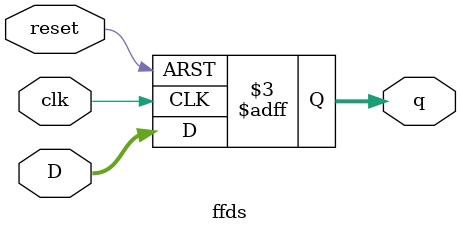
<source format=v>
module ffds (q, D, clk, reset);
    output reg [7:0] q;
    input [7:0] D;
	 //input EN;
	 input clk, reset;
   

    always @(posedge(clk), posedge(reset))
	 
      if (reset == 1'b1) 
			q <= 1'b1;
		else //if (EN == 1'b1) 
			q <= D;

endmodule

</source>
